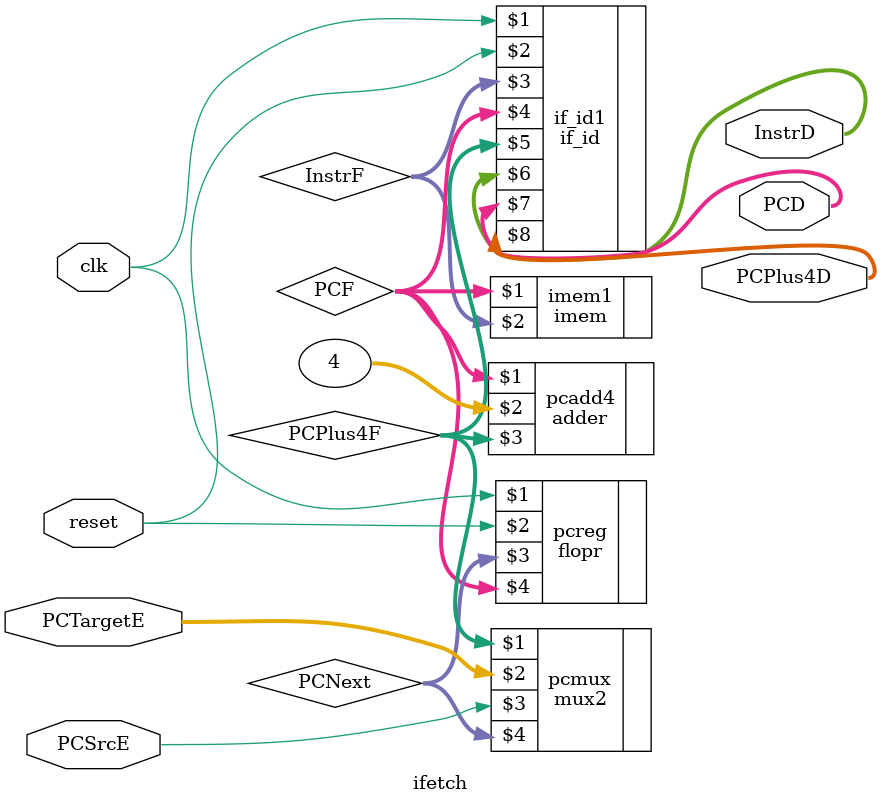
<source format=sv>
module ifetch (
   input  logic             clk, reset,
   input  logic         PCSrcE,
   input  logic  [31:0] PCTargetE,
   output logic  [31:0] InstrD,
   output logic  [31:0] PCD,PCPlus4D   
   );

//signals
   logic [31:0] PCNext, PCF;
   logic [31:0] InstrF,PCPlus4F;

   //instantiations
   mux2 #(32)  pcmux(PCPlus4F, PCTargetE, PCSrcE, PCNext); // PCNext == PCF in the diagram

   // next PC logic
  flopr #(32) pcreg(clk, reset, PCNext, PCF); 
  adder       pcadd4(PCF, 32'd4, PCPlus4F);
  
   // Fetch next Instruction 
  imem imem1(PCF, InstrF);
  
  // Ifetch pipeline register
   if_id  if_id1  (clk, reset,InstrF, PCF,PCPlus4F,InstrD,PCD,PCPlus4D);

  
//   initial begin
   
//      $display("Time\t PCF\t PCD\t InstrF\t\t InstrD\t\t PCPlus4D");
//      $monitor("%0d\t\t %0d\t\t %0d\t\t %h\t %h\t %h", $time, PCF, PCD, InstrF,InstrD,PCPlus4D);
//      #240 $finish;
//   end

endmodule // ifetch

</source>
